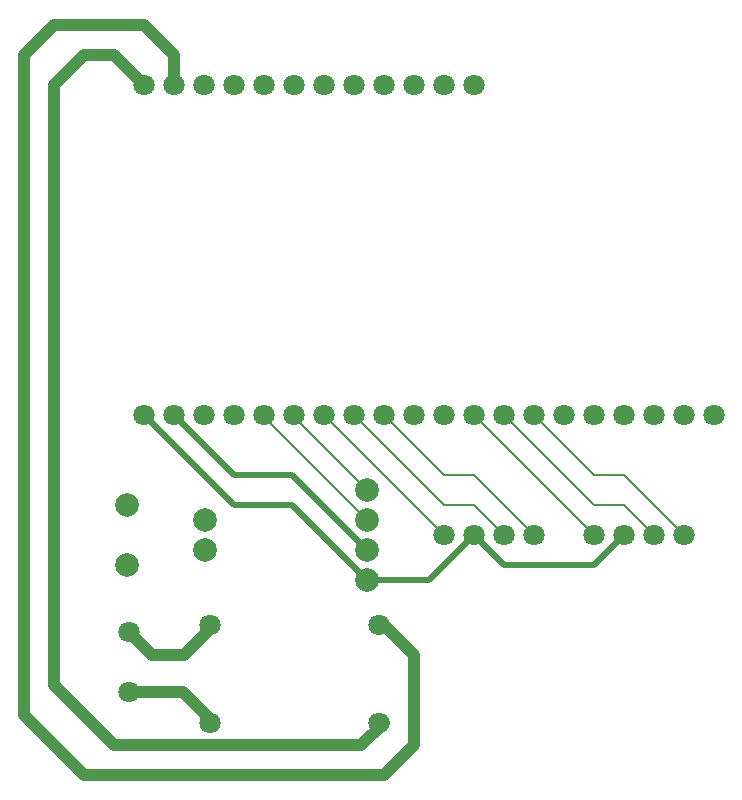
<source format=gbr>
%TF.GenerationSoftware,KiCad,Pcbnew,9.0.0*%
%TF.CreationDate,2025-03-01T08:49:33-08:00*%
%TF.ProjectId,sensor,73656e73-6f72-42e6-9b69-6361645f7063,rev?*%
%TF.SameCoordinates,Original*%
%TF.FileFunction,Copper,L1,Top*%
%TF.FilePolarity,Positive*%
%FSLAX46Y46*%
G04 Gerber Fmt 4.6, Leading zero omitted, Abs format (unit mm)*
G04 Created by KiCad (PCBNEW 9.0.0) date 2025-03-01 08:49:33*
%MOMM*%
%LPD*%
G01*
G04 APERTURE LIST*
%TA.AperFunction,ComponentPad*%
%ADD10C,1.800000*%
%TD*%
%TA.AperFunction,ComponentPad*%
%ADD11C,2.000000*%
%TD*%
%TA.AperFunction,Conductor*%
%ADD12C,1.000000*%
%TD*%
%TA.AperFunction,Conductor*%
%ADD13C,0.200000*%
%TD*%
%TA.AperFunction,Conductor*%
%ADD14C,0.500000*%
%TD*%
G04 APERTURE END LIST*
D10*
%TO.P,2_Pin_connector1,1,VCC*%
%TO.N,Net-(2_Pin_connector1-VCC)*%
X36830000Y-71700000D03*
%TO.P,2_Pin_connector1,2,GND*%
%TO.N,Net-(2_Pin_connector1-GND)*%
X36830000Y-76780000D03*
%TD*%
%TO.P,SERVER_LED1,1,R*%
%TO.N,Net-(ESP32_UWB1-IO13)*%
X63500000Y-63500000D03*
%TO.P,SERVER_LED1,2,VCC*%
%TO.N,Net-(CAN_TRANSRECEIVER1-3.3V)*%
X66040000Y-63500000D03*
%TO.P,SERVER_LED1,3,G*%
%TO.N,Net-(ESP32_UWB1-IO14)*%
X68580000Y-63500000D03*
%TO.P,SERVER_LED1,4,B*%
%TO.N,Net-(ESP32_UWB1-IO15)*%
X71120000Y-63500000D03*
%TD*%
%TO.P,5V_Regulator1,1,IN-*%
%TO.N,Net-(2_Pin_connector1-VCC)*%
X43740000Y-71120000D03*
%TO.P,5V_Regulator1,2,IN+*%
%TO.N,Net-(2_Pin_connector1-GND)*%
X43740000Y-79400000D03*
%TO.P,5V_Regulator1,3,OUT-*%
%TO.N,Net-(5V_Regulator1-OUT-)*%
X58060000Y-71120000D03*
%TO.P,5V_Regulator1,4,OUT+*%
%TO.N,Net-(5V_Regulator1-OUT+)*%
X58060000Y-79400000D03*
%TD*%
%TO.P,TAG_LED1,1,R*%
%TO.N,Net-(ESP32_UWB1-IO25)*%
X76200000Y-63500000D03*
%TO.P,TAG_LED1,2,VCC*%
%TO.N,Net-(CAN_TRANSRECEIVER1-3.3V)*%
X78740000Y-63500000D03*
%TO.P,TAG_LED1,3,G*%
%TO.N,Net-(ESP32_UWB1-IO26)*%
X81280000Y-63500000D03*
%TO.P,TAG_LED1,4,B*%
%TO.N,Net-(ESP32_UWB1-IO27)*%
X83820000Y-63500000D03*
%TD*%
D11*
%TO.P,CAN_TRANSRECEIVER1,1,3.3V*%
%TO.N,Net-(CAN_TRANSRECEIVER1-3.3V)*%
X57020000Y-67310000D03*
%TO.P,CAN_TRANSRECEIVER1,2,GND*%
%TO.N,Net-(CAN_TRANSRECEIVER1-GND)*%
X57020000Y-64770000D03*
%TO.P,CAN_TRANSRECEIVER1,3,CAN_RX*%
%TO.N,Net-(CAN_TRANSRECEIVER1-CAN_RX)*%
X57020000Y-62230000D03*
%TO.P,CAN_TRANSRECEIVER1,4,CAN_TX*%
%TO.N,Net-(CAN_TRANSRECEIVER1-CAN_TX)*%
X57020000Y-59690000D03*
%TO.P,CAN_TRANSRECEIVER1,5,CANL*%
%TO.N,unconnected-(CAN_TRANSRECEIVER1-CANL-Pad5)*%
X36720000Y-66040000D03*
%TO.P,CAN_TRANSRECEIVER1,6,CANH*%
%TO.N,unconnected-(CAN_TRANSRECEIVER1-CANH-Pad6)*%
X36720000Y-60960000D03*
%TO.P,CAN_TRANSRECEIVER1,7,R120*%
%TO.N,unconnected-(CAN_TRANSRECEIVER1-R120-Pad7)*%
X43320000Y-64770000D03*
%TO.P,CAN_TRANSRECEIVER1,8,R120*%
%TO.N,unconnected-(CAN_TRANSRECEIVER1-R120-Pad8)*%
X43320000Y-62230000D03*
%TD*%
D10*
%TO.P,ESP32_UWB1,1,3V3*%
%TO.N,Net-(CAN_TRANSRECEIVER1-3.3V)*%
X38100000Y-53340000D03*
%TO.P,ESP32_UWB1,2,GND*%
%TO.N,Net-(CAN_TRANSRECEIVER1-GND)*%
X40640000Y-53340000D03*
%TO.P,ESP32_UWB1,3,RST*%
%TO.N,unconnected-(ESP32_UWB1-RST-Pad3)*%
X43180000Y-53340000D03*
%TO.P,ESP32_UWB1,4,GND*%
%TO.N,unconnected-(ESP32_UWB1-GND-Pad4)*%
X45720000Y-53340000D03*
%TO.P,ESP32_UWB1,5,IO2*%
%TO.N,Net-(CAN_TRANSRECEIVER1-CAN_RX)*%
X48260000Y-53340000D03*
%TO.P,ESP32_UWB1,6,IO12*%
%TO.N,Net-(CAN_TRANSRECEIVER1-CAN_TX)*%
X50800000Y-53340000D03*
%TO.P,ESP32_UWB1,7,IO13*%
%TO.N,Net-(ESP32_UWB1-IO13)*%
X53340000Y-53340000D03*
%TO.P,ESP32_UWB1,8,IO14*%
%TO.N,Net-(ESP32_UWB1-IO14)*%
X55880000Y-53340000D03*
%TO.P,ESP32_UWB1,9,IO15*%
%TO.N,Net-(ESP32_UWB1-IO15)*%
X58420000Y-53340000D03*
%TO.P,ESP32_UWB1,10,IO18*%
%TO.N,unconnected-(ESP32_UWB1-IO18-Pad10)*%
X60960000Y-53340000D03*
%TO.P,ESP32_UWB1,11,IO19*%
%TO.N,unconnected-(ESP32_UWB1-IO19-Pad11)*%
X63500000Y-53340000D03*
%TO.P,ESP32_UWB1,12,IO25*%
%TO.N,Net-(ESP32_UWB1-IO25)*%
X66040000Y-53340000D03*
%TO.P,ESP32_UWB1,13,IO26*%
%TO.N,Net-(ESP32_UWB1-IO26)*%
X68580000Y-53340000D03*
%TO.P,ESP32_UWB1,14,IO27*%
%TO.N,Net-(ESP32_UWB1-IO27)*%
X71120000Y-53340000D03*
%TO.P,ESP32_UWB1,15,IO32*%
%TO.N,unconnected-(ESP32_UWB1-IO32-Pad15)*%
X73660000Y-53340000D03*
%TO.P,ESP32_UWB1,16,IO33*%
%TO.N,unconnected-(ESP32_UWB1-IO33-Pad16)*%
X76200000Y-53340000D03*
%TO.P,ESP32_UWB1,17,IO34*%
%TO.N,unconnected-(ESP32_UWB1-IO34-Pad17)*%
X78740000Y-53340000D03*
%TO.P,ESP32_UWB1,18,IO35*%
%TO.N,unconnected-(ESP32_UWB1-IO35-Pad18)*%
X81280000Y-53340000D03*
%TO.P,ESP32_UWB1,19,IO36*%
%TO.N,unconnected-(ESP32_UWB1-IO36-Pad19)*%
X83820000Y-53340000D03*
%TO.P,ESP32_UWB1,20,IO39*%
%TO.N,unconnected-(ESP32_UWB1-IO39-Pad20)*%
X86360000Y-53340000D03*
%TO.P,ESP32_UWB1,21,5V0*%
%TO.N,Net-(5V_Regulator1-OUT+)*%
X38100000Y-25400000D03*
%TO.P,ESP32_UWB1,22,GND*%
%TO.N,Net-(5V_Regulator1-OUT-)*%
X40640000Y-25400000D03*
%TO.P,ESP32_UWB1,23,IO3*%
%TO.N,unconnected-(ESP32_UWB1-IO3-Pad23)*%
X43180000Y-25400000D03*
%TO.P,ESP32_UWB1,24,IO1*%
%TO.N,unconnected-(ESP32_UWB1-IO1-Pad24)*%
X45720000Y-25400000D03*
%TO.P,ESP32_UWB1,25,IO0*%
%TO.N,unconnected-(ESP32_UWB1-IO0-Pad25)*%
X48260000Y-25400000D03*
%TO.P,ESP32_UWB1,26,IO4*%
%TO.N,unconnected-(ESP32_UWB1-IO4-Pad26)*%
X50800000Y-25400000D03*
%TO.P,ESP32_UWB1,27,IO5*%
%TO.N,unconnected-(ESP32_UWB1-IO5-Pad27)*%
X53340000Y-25400000D03*
%TO.P,ESP32_UWB1,28,IO16*%
%TO.N,unconnected-(ESP32_UWB1-IO16-Pad28)*%
X55880000Y-25400000D03*
%TO.P,ESP32_UWB1,29,IO17*%
%TO.N,unconnected-(ESP32_UWB1-IO17-Pad29)*%
X58420000Y-25400000D03*
%TO.P,ESP32_UWB1,30,IO21*%
%TO.N,unconnected-(ESP32_UWB1-IO21-Pad30)*%
X60960000Y-25400000D03*
%TO.P,ESP32_UWB1,31,IO22*%
%TO.N,unconnected-(ESP32_UWB1-IO22-Pad31)*%
X63500000Y-25400000D03*
%TO.P,ESP32_UWB1,32,IO23*%
%TO.N,unconnected-(ESP32_UWB1-IO23-Pad32)*%
X66040000Y-25400000D03*
%TD*%
D12*
%TO.N,Net-(5V_Regulator1-OUT-)*%
X30480000Y-20320000D02*
X38100000Y-20320000D01*
X60960000Y-81280000D02*
X58420000Y-83820000D01*
X27940000Y-78740000D02*
X27940000Y-22860000D01*
X38100000Y-20320000D02*
X40640000Y-22860000D01*
X40640000Y-22860000D02*
X40640000Y-25400000D01*
X33020000Y-83820000D02*
X27940000Y-78740000D01*
X58420000Y-83820000D02*
X33020000Y-83820000D01*
X60960000Y-73660000D02*
X58420000Y-71120000D01*
X27940000Y-22860000D02*
X30480000Y-20320000D01*
X60960000Y-73660000D02*
X60960000Y-81280000D01*
%TO.N,Net-(5V_Regulator1-OUT+)*%
X35560000Y-22860000D02*
X38100000Y-25400000D01*
X56540000Y-81280000D02*
X35560000Y-81280000D01*
X30480000Y-25400000D02*
X33020000Y-22860000D01*
X35560000Y-81280000D02*
X30480000Y-76200000D01*
X30480000Y-76200000D02*
X30480000Y-25400000D01*
X33020000Y-22860000D02*
X35560000Y-22860000D01*
X58420000Y-79400000D02*
X56540000Y-81280000D01*
%TO.N,Net-(2_Pin_connector1-GND)*%
X41480000Y-76780000D02*
X44100000Y-79400000D01*
X36830000Y-76780000D02*
X41480000Y-76780000D01*
%TO.N,Net-(2_Pin_connector1-VCC)*%
X41560000Y-73660000D02*
X44100000Y-71120000D01*
X36830000Y-71700000D02*
X38790000Y-73660000D01*
X38790000Y-73660000D02*
X41560000Y-73660000D01*
D13*
%TO.N,Net-(ESP32_UWB1-IO14)*%
X68580000Y-63500000D02*
X66040000Y-60960000D01*
X66040000Y-60960000D02*
X63500000Y-60960000D01*
X63500000Y-60960000D02*
X55880000Y-53340000D01*
%TO.N,Net-(ESP32_UWB1-IO15)*%
X66040000Y-58420000D02*
X63500000Y-58420000D01*
X63500000Y-58420000D02*
X58420000Y-53340000D01*
X71120000Y-63500000D02*
X66040000Y-58420000D01*
%TO.N,Net-(ESP32_UWB1-IO13)*%
X63500000Y-63500000D02*
X53340000Y-53340000D01*
%TO.N,Net-(ESP32_UWB1-IO25)*%
X76200000Y-63500000D02*
X66040000Y-53340000D01*
%TO.N,Net-(CAN_TRANSRECEIVER1-CAN_TX)*%
X57020000Y-59690000D02*
X50800000Y-53470000D01*
X50800000Y-53470000D02*
X50800000Y-53340000D01*
%TO.N,Net-(CAN_TRANSRECEIVER1-CAN_RX)*%
X48260000Y-53470000D02*
X48260000Y-53340000D01*
X57020000Y-62230000D02*
X48260000Y-53470000D01*
D14*
%TO.N,Net-(CAN_TRANSRECEIVER1-GND)*%
X57020000Y-64770000D02*
X50670000Y-58420000D01*
X50670000Y-58420000D02*
X45720000Y-58420000D01*
X45720000Y-58420000D02*
X40640000Y-53340000D01*
%TO.N,Net-(CAN_TRANSRECEIVER1-3.3V)*%
X68580000Y-66040000D02*
X76200000Y-66040000D01*
X66040000Y-63500000D02*
X68580000Y-66040000D01*
X57020000Y-67310000D02*
X62230000Y-67310000D01*
X62230000Y-67310000D02*
X66040000Y-63500000D01*
X45720000Y-60960000D02*
X38100000Y-53340000D01*
X57020000Y-67310000D02*
X50670000Y-60960000D01*
X50670000Y-60960000D02*
X45720000Y-60960000D01*
X76200000Y-66040000D02*
X78740000Y-63500000D01*
D13*
%TO.N,Net-(ESP32_UWB1-IO26)*%
X76200000Y-60960000D02*
X68580000Y-53340000D01*
X81280000Y-63500000D02*
X78740000Y-60960000D01*
X78740000Y-60960000D02*
X76200000Y-60960000D01*
%TO.N,Net-(ESP32_UWB1-IO27)*%
X78740000Y-58420000D02*
X76200000Y-58420000D01*
X83820000Y-63500000D02*
X78740000Y-58420000D01*
X76200000Y-58420000D02*
X71120000Y-53340000D01*
%TD*%
M02*

</source>
